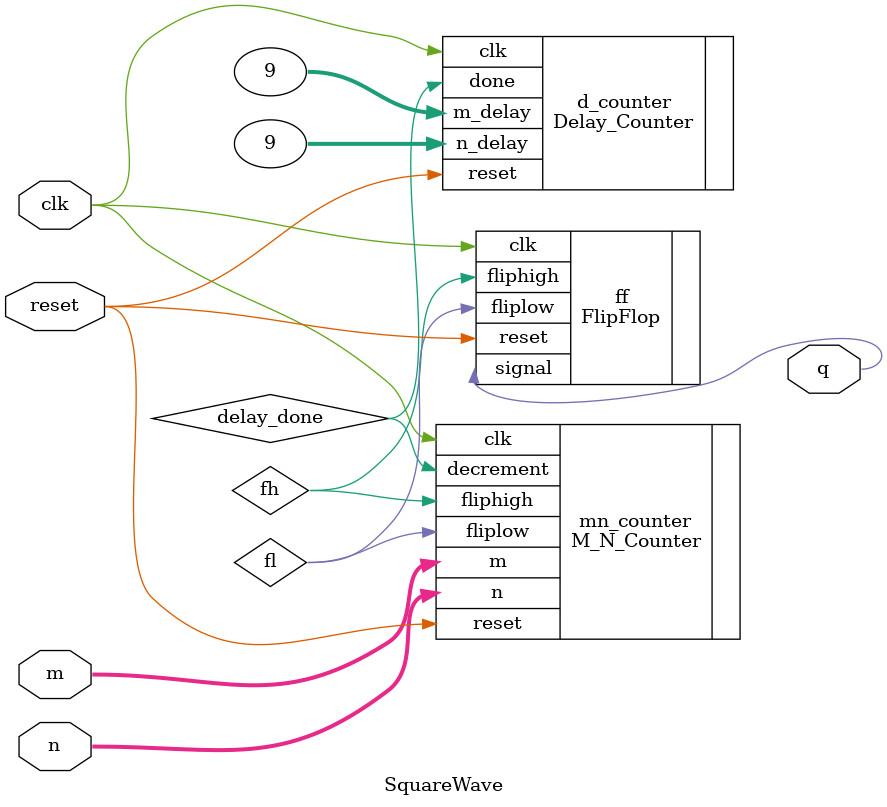
<source format=sv>
`timescale 1ns / 1ps


module SquareWave
#(parameter N=4)
(
    input logic clk,
    input logic reset,
    input logic [N-1:0] m,
    input logic [N-1:0] n,
    output logic q
    );
    
    localparam counter = 9;
    logic delay_done;
    logic fh, fl;
    
    Delay_Counter d_counter(.clk(clk), .reset(reset), .m_delay(counter), .n_delay(counter), .done(delay_done));
    M_N_Counter mn_counter(.clk(clk), .reset(reset), .decrement(delay_done), .m(m), .n(n), .fliphigh(fh), .fliplow(fl));
    FlipFlop ff(.clk(clk), .reset(reset), .fliphigh(fh), .fliplow(fl), .signal(q));
    
endmodule

</source>
